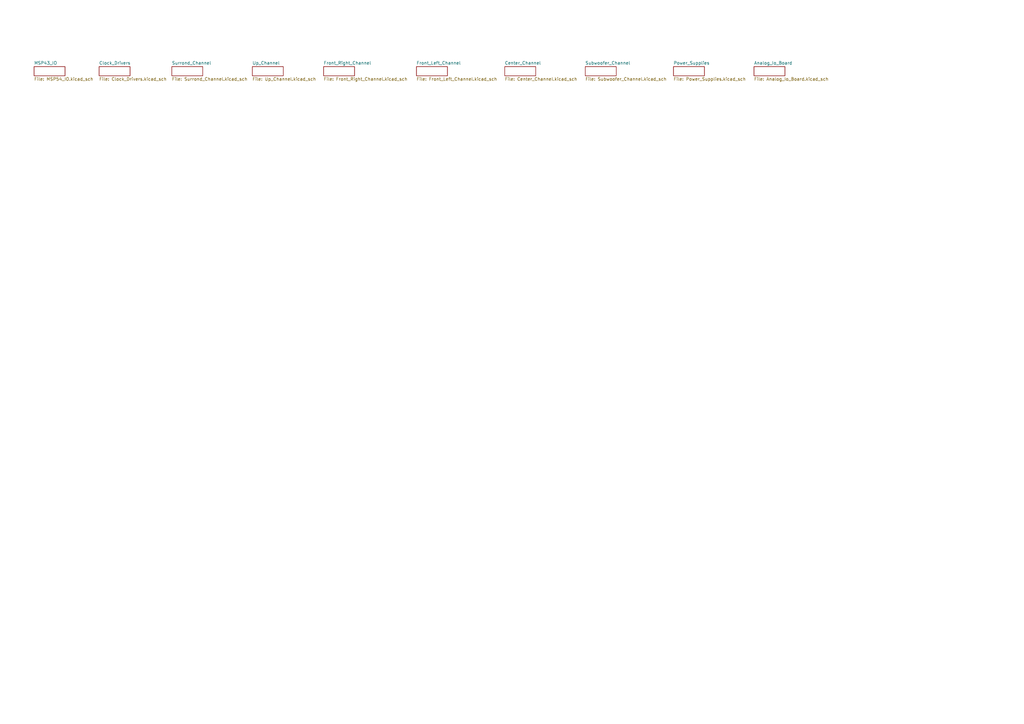
<source format=kicad_sch>
(kicad_sch
	(version 20250114)
	(generator "eeschema")
	(generator_version "9.0")
	(uuid "bf9cc67f-178f-4c8c-b6a6-249a1896d599")
	(paper "A3")
	(title_block
		(title "Amplificateur Audio (Base Saine)")
		(date "2025-05-19")
		(rev "1.0")
		(company "NDG")
	)
	(lib_symbols)
	(sheet
		(at 40.64 27.305)
		(size 12.7 3.81)
		(exclude_from_sim no)
		(in_bom yes)
		(on_board yes)
		(dnp no)
		(fields_autoplaced yes)
		(stroke
			(width 0.1524)
			(type solid)
		)
		(fill
			(color 0 0 0 0.0000)
		)
		(uuid "217a2d94-4661-419a-8848-f82c573ccf51")
		(property "Sheetname" "Clock_Drivers"
			(at 40.64 26.5934 0)
			(effects
				(font
					(size 1.27 1.27)
				)
				(justify left bottom)
			)
		)
		(property "Sheetfile" "Clock_Drivers.kicad_sch"
			(at 40.64 31.6996 0)
			(effects
				(font
					(size 1.27 1.27)
				)
				(justify left top)
			)
		)
		(instances
			(project "Amplificateur_Audio"
				(path "/bf9cc67f-178f-4c8c-b6a6-249a1896d599"
					(page "3")
				)
			)
		)
	)
	(sheet
		(at 70.485 27.305)
		(size 12.7 3.81)
		(exclude_from_sim no)
		(in_bom yes)
		(on_board yes)
		(dnp no)
		(fields_autoplaced yes)
		(stroke
			(width 0.1524)
			(type solid)
		)
		(fill
			(color 0 0 0 0.0000)
		)
		(uuid "2266f535-6438-4aa9-912a-4ebf19d1b357")
		(property "Sheetname" "Surrond_Channel"
			(at 70.485 26.5934 0)
			(effects
				(font
					(size 1.27 1.27)
				)
				(justify left bottom)
			)
		)
		(property "Sheetfile" "Surrond_Channel.kicad_sch"
			(at 70.485 31.6996 0)
			(effects
				(font
					(size 1.27 1.27)
				)
				(justify left top)
			)
		)
		(instances
			(project "Amplificateur_Audio"
				(path "/bf9cc67f-178f-4c8c-b6a6-249a1896d599"
					(page "4")
				)
			)
		)
	)
	(sheet
		(at 170.815 27.305)
		(size 12.7 3.81)
		(exclude_from_sim no)
		(in_bom yes)
		(on_board yes)
		(dnp no)
		(fields_autoplaced yes)
		(stroke
			(width 0.1524)
			(type solid)
		)
		(fill
			(color 0 0 0 0.0000)
		)
		(uuid "7a445999-a030-4ec8-8810-54be223b32bd")
		(property "Sheetname" "Front_Left_Channel"
			(at 170.815 26.5934 0)
			(effects
				(font
					(size 1.27 1.27)
				)
				(justify left bottom)
			)
		)
		(property "Sheetfile" "Front_Left_Channel.kicad_sch"
			(at 170.815 31.6996 0)
			(effects
				(font
					(size 1.27 1.27)
				)
				(justify left top)
			)
		)
		(instances
			(project "Amplificateur_Audio"
				(path "/bf9cc67f-178f-4c8c-b6a6-249a1896d599"
					(page "7")
				)
			)
		)
	)
	(sheet
		(at 276.225 27.305)
		(size 12.7 3.81)
		(exclude_from_sim no)
		(in_bom yes)
		(on_board yes)
		(dnp no)
		(fields_autoplaced yes)
		(stroke
			(width 0.1524)
			(type solid)
		)
		(fill
			(color 0 0 0 0.0000)
		)
		(uuid "9144ad36-2254-45c5-9c7e-6359ef38a028")
		(property "Sheetname" "Power_Supplies"
			(at 276.225 26.5934 0)
			(effects
				(font
					(size 1.27 1.27)
				)
				(justify left bottom)
			)
		)
		(property "Sheetfile" "Power_Supplies.kicad_sch"
			(at 276.225 31.6996 0)
			(effects
				(font
					(size 1.27 1.27)
				)
				(justify left top)
			)
		)
		(instances
			(project "Amplificateur_Audio"
				(path "/bf9cc67f-178f-4c8c-b6a6-249a1896d599"
					(page "10")
				)
			)
		)
	)
	(sheet
		(at 309.245 27.305)
		(size 12.7 3.81)
		(exclude_from_sim no)
		(in_bom yes)
		(on_board yes)
		(dnp no)
		(fields_autoplaced yes)
		(stroke
			(width 0.1524)
			(type solid)
		)
		(fill
			(color 0 0 0 0.0000)
		)
		(uuid "a1c822be-ef8e-4633-a487-fe5099c066f7")
		(property "Sheetname" "Analog_Io_Board"
			(at 309.245 26.5934 0)
			(effects
				(font
					(size 1.27 1.27)
				)
				(justify left bottom)
			)
		)
		(property "Sheetfile" "Analog_Io_Board.kicad_sch"
			(at 309.245 31.6996 0)
			(effects
				(font
					(size 1.27 1.27)
				)
				(justify left top)
			)
		)
		(instances
			(project "Amplificateur_Audio"
				(path "/bf9cc67f-178f-4c8c-b6a6-249a1896d599"
					(page "11")
				)
			)
		)
	)
	(sheet
		(at 207.01 27.305)
		(size 12.7 3.81)
		(exclude_from_sim no)
		(in_bom yes)
		(on_board yes)
		(dnp no)
		(fields_autoplaced yes)
		(stroke
			(width 0.1524)
			(type solid)
		)
		(fill
			(color 0 0 0 0.0000)
		)
		(uuid "c036bfb0-bbd6-4b06-9ac2-4fee91403ada")
		(property "Sheetname" "Center_Channel"
			(at 207.01 26.5934 0)
			(effects
				(font
					(size 1.27 1.27)
				)
				(justify left bottom)
			)
		)
		(property "Sheetfile" "Center_Channel.kicad_sch"
			(at 207.01 31.6996 0)
			(effects
				(font
					(size 1.27 1.27)
				)
				(justify left top)
			)
		)
		(instances
			(project "Amplificateur_Audio"
				(path "/bf9cc67f-178f-4c8c-b6a6-249a1896d599"
					(page "8")
				)
			)
		)
	)
	(sheet
		(at 240.03 27.305)
		(size 12.7 3.81)
		(exclude_from_sim no)
		(in_bom yes)
		(on_board yes)
		(dnp no)
		(fields_autoplaced yes)
		(stroke
			(width 0.1524)
			(type solid)
		)
		(fill
			(color 0 0 0 0.0000)
		)
		(uuid "c3eeb04c-3089-42ef-a9c1-68f6f54d6f1b")
		(property "Sheetname" "Subwoofer_Channel"
			(at 240.03 26.5934 0)
			(effects
				(font
					(size 1.27 1.27)
				)
				(justify left bottom)
			)
		)
		(property "Sheetfile" "Subwoofer_Channel.kicad_sch"
			(at 240.03 31.6996 0)
			(effects
				(font
					(size 1.27 1.27)
				)
				(justify left top)
			)
		)
		(instances
			(project "Amplificateur_Audio"
				(path "/bf9cc67f-178f-4c8c-b6a6-249a1896d599"
					(page "9")
				)
			)
		)
	)
	(sheet
		(at 103.505 27.305)
		(size 12.7 3.81)
		(exclude_from_sim no)
		(in_bom yes)
		(on_board yes)
		(dnp no)
		(fields_autoplaced yes)
		(stroke
			(width 0.1524)
			(type solid)
		)
		(fill
			(color 0 0 0 0.0000)
		)
		(uuid "c4f15db9-a029-4371-8acc-cdaa6fd1dc1d")
		(property "Sheetname" "Up_Channel"
			(at 103.505 26.5934 0)
			(effects
				(font
					(size 1.27 1.27)
				)
				(justify left bottom)
			)
		)
		(property "Sheetfile" "Up_Channel.kicad_sch"
			(at 103.505 31.6996 0)
			(effects
				(font
					(size 1.27 1.27)
				)
				(justify left top)
			)
		)
		(instances
			(project "Amplificateur_Audio"
				(path "/bf9cc67f-178f-4c8c-b6a6-249a1896d599"
					(page "5")
				)
			)
		)
	)
	(sheet
		(at 132.715 27.305)
		(size 12.7 3.81)
		(exclude_from_sim no)
		(in_bom yes)
		(on_board yes)
		(dnp no)
		(fields_autoplaced yes)
		(stroke
			(width 0.1524)
			(type solid)
		)
		(fill
			(color 0 0 0 0.0000)
		)
		(uuid "cf8131f5-674c-4a4a-95bd-85b86419f228")
		(property "Sheetname" "Front_Right_Channel"
			(at 132.715 26.5934 0)
			(effects
				(font
					(size 1.27 1.27)
				)
				(justify left bottom)
			)
		)
		(property "Sheetfile" "Front_Right_Channel.kicad_sch"
			(at 132.715 31.6996 0)
			(effects
				(font
					(size 1.27 1.27)
				)
				(justify left top)
			)
		)
		(instances
			(project "Amplificateur_Audio"
				(path "/bf9cc67f-178f-4c8c-b6a6-249a1896d599"
					(page "6")
				)
			)
		)
	)
	(sheet
		(at 13.97 27.305)
		(size 12.7 3.81)
		(exclude_from_sim no)
		(in_bom yes)
		(on_board yes)
		(dnp no)
		(fields_autoplaced yes)
		(stroke
			(width 0.1524)
			(type solid)
		)
		(fill
			(color 0 0 0 0.0000)
		)
		(uuid "f8ac718e-8bec-44a2-9fe1-fcd8b5be07d4")
		(property "Sheetname" "MSP43_IO"
			(at 13.97 26.5934 0)
			(effects
				(font
					(size 1.27 1.27)
				)
				(justify left bottom)
			)
		)
		(property "Sheetfile" "MSP54_IO.kicad_sch"
			(at 13.97 31.6996 0)
			(effects
				(font
					(size 1.27 1.27)
				)
				(justify left top)
			)
		)
		(instances
			(project "Amplificateur_Audio"
				(path "/bf9cc67f-178f-4c8c-b6a6-249a1896d599"
					(page "2")
				)
			)
		)
	)
	(sheet_instances
		(path "/"
			(page "1")
		)
	)
	(embedded_fonts no)
)

</source>
